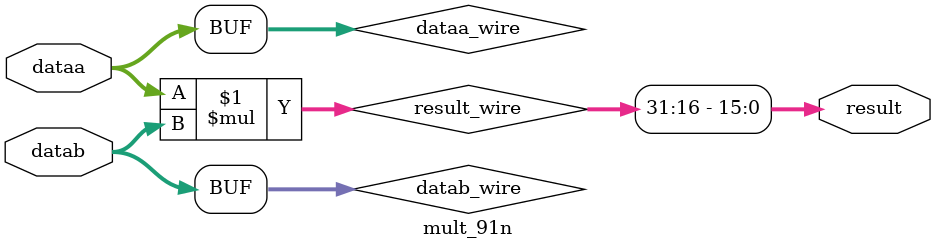
<source format=v>






//synthesis_resources = 
//synopsys translate_off
`timescale 1 ps / 1 ps
//synopsys translate_on
module  mult_91n
	( 
	dataa,
	datab,
	result) /* synthesis synthesis_clearbox=1 */;
	input   [15:0]  dataa;
	input   [15:0]  datab;
	output   [15:0]  result;

	wire signed	[15:0]    dataa_wire;
	wire signed	[15:0]    datab_wire;
	wire signed	[31:0]    result_wire;



	assign dataa_wire = dataa;
	assign datab_wire = datab;
	assign result_wire = dataa_wire * datab_wire;
	assign result = ({result_wire[31:16]});

endmodule //mult_91n
//VALID FILE

</source>
